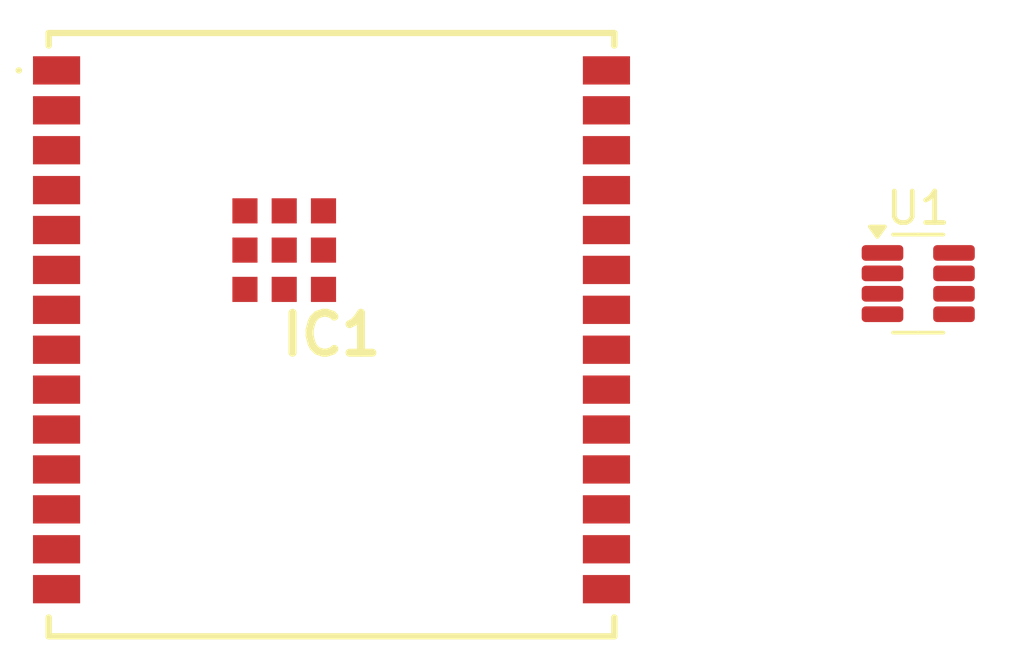
<source format=kicad_pcb>
(kicad_pcb (version 20241229) (generator "pcbnew") (generator_version "9.0")
  (layers (0 "F.Cu" signal) (2 "B.Cu" signal) (13 "F.Paste" user) (15 "B.Paste" user) (5 "F.SilkS" user "F.Silkscreen") (7 "B.SilkS" user "B.Silkscreen") (1 "F.Mask" user) (3 "B.Mask" user) (25 "Edge.Cuts" user))
  (net 0 "")
  (net 5 "GND")
  (footprint "krakenduino_footprints:ESP32C6WROOM1UN8" (layer "F.Cu") (at 153.25 92.16)
    (property "Reference" "IC1" (at 0 0 0) (layer "F.SilkS") (effects (font (size 1.27 1.27) (thickness 0.254))))
    (property "Value" "ESP32-C6-WROOM-1U-N8" (hide yes))
    (fp_line (start -10 -8.41) (end -10 -8.41) (stroke (width 0.1)) (layer "F.SilkS"))
    (fp_line (start -9.9 -8.41) (end -9.9 -8.41) (stroke (width 0.1)) (layer "F.SilkS"))
    (fp_line (start -9 -9.6) (end -9 -9.2) (stroke (width 0.2)) (layer "F.SilkS"))
    (fp_line (start -9 9) (end -9 9.6) (stroke (width 0.2)) (layer "F.SilkS"))
    (fp_line (start -9 9.6) (end 9 9.6) (stroke (width 0.2)) (layer "F.SilkS"))
    (fp_line (start 9 -9.6) (end -9 -9.6) (stroke (width 0.2)) (layer "F.SilkS"))
    (fp_line (start 9 -9.2) (end 9 -9.6) (stroke (width 0.2)) (layer "F.SilkS"))
    (fp_line (start 9 9.6) (end 9 9) (stroke (width 0.2)) (layer "F.SilkS"))
    (fp_arc (start -10 -8.41) (mid -9.95 -8.46) (end -9.9 -8.41) (stroke (width 0.1)) (layer "F.SilkS"))
    (fp_arc (start -9.9 -8.41) (mid -9.95 -8.36) (end -10 -8.41) (stroke (width 0.1)) (layer "F.SilkS"))
    (pad "1" smd rect (at -8.75 -8.41 90) (size 0.9 1.5) (layers "F.Cu" "F.Mask" "F.Paste") (net 5 "GND"))
    (pad "2" smd rect (at -8.75 -7.14 90) (size 0.9 1.5) (layers "F.Cu" "F.Mask" "F.Paste"))
    (pad "3" smd rect (at -8.75 -5.87 90) (size 0.9 1.5) (layers "F.Cu" "F.Mask" "F.Paste"))
    (pad "4" smd rect (at -8.75 -4.6 90) (size 0.9 1.5) (layers "F.Cu" "F.Mask" "F.Paste"))
    (pad "5" smd rect (at -8.75 -3.33 90) (size 0.9 1.5) (layers "F.Cu" "F.Mask" "F.Paste"))
    (pad "6" smd rect (at -8.75 -2.06 90) (size 0.9 1.5) (layers "F.Cu" "F.Mask" "F.Paste"))
    (pad "7" smd rect (at -8.75 -0.79 90) (size 0.9 1.5) (layers "F.Cu" "F.Mask" "F.Paste"))
    (pad "8" smd rect (at -8.75 0.48 90) (size 0.9 1.5) (layers "F.Cu" "F.Mask" "F.Paste"))
    (pad "9" smd rect (at -8.75 1.75 90) (size 0.9 1.5) (layers "F.Cu" "F.Mask" "F.Paste"))
    (pad "10" smd rect (at -8.75 3.02 90) (size 0.9 1.5) (layers "F.Cu" "F.Mask" "F.Paste"))
    (pad "11" smd rect (at -8.75 4.29 90) (size 0.9 1.5) (layers "F.Cu" "F.Mask" "F.Paste"))
    (pad "12" smd rect (at -8.75 5.56 90) (size 0.9 1.5) (layers "F.Cu" "F.Mask" "F.Paste"))
    (pad "13" smd rect (at -8.75 6.83 90) (size 0.9 1.5) (layers "F.Cu" "F.Mask" "F.Paste"))
    (pad "14" smd rect (at -8.75 8.1 90) (size 0.9 1.5) (layers "F.Cu" "F.Mask" "F.Paste"))
    (pad "15" smd rect (at 8.75 8.1 90) (size 0.9 1.5) (layers "F.Cu" "F.Mask" "F.Paste"))
    (pad "16" smd rect (at 8.75 6.83 90) (size 0.9 1.5) (layers "F.Cu" "F.Mask" "F.Paste"))
    (pad "17" smd rect (at 8.75 5.56 90) (size 0.9 1.5) (layers "F.Cu" "F.Mask" "F.Paste"))
    (pad "18" smd rect (at 8.75 4.29 90) (size 0.9 1.5) (layers "F.Cu" "F.Mask" "F.Paste"))
    (pad "19" smd rect (at 8.75 3.02 90) (size 0.9 1.5) (layers "F.Cu" "F.Mask" "F.Paste"))
    (pad "20" smd rect (at 8.75 1.75 90) (size 0.9 1.5) (layers "F.Cu" "F.Mask" "F.Paste"))
    (pad "21" smd rect (at 8.75 0.48 90) (size 0.9 1.5) (layers "F.Cu" "F.Mask" "F.Paste"))
    (pad "22" smd rect (at 8.75 -0.79 90) (size 0.9 1.5) (layers "F.Cu" "F.Mask" "F.Paste"))
    (pad "23" smd rect (at 8.75 -2.06 90) (size 0.9 1.5) (layers "F.Cu" "F.Mask" "F.Paste"))
    (pad "24" smd rect (at 8.75 -3.33 90) (size 0.9 1.5) (layers "F.Cu" "F.Mask" "F.Paste"))
    (pad "25" smd rect (at 8.75 -4.6 90) (size 0.9 1.5) (layers "F.Cu" "F.Mask" "F.Paste"))
    (pad "26" smd rect (at 8.75 -5.87 90) (size 0.9 1.5) (layers "F.Cu" "F.Mask" "F.Paste"))
    (pad "27" smd rect (at 8.75 -7.14 90) (size 0.9 1.5) (layers "F.Cu" "F.Mask" "F.Paste"))
    (pad "28" smd rect (at 8.75 -8.41 90) (size 0.9 1.5) (layers "F.Cu" "F.Mask" "F.Paste") (net 5 "GND"))
    (pad "29" smd rect (at -1.505 -2.69 90) (size 0.8 0.8) (layers "F.Cu" "F.Mask" "F.Paste") (net 5 "GND"))
    (pad "30" smd rect (at -2.755 -3.94 90) (size 0.8 0.8) (layers "F.Cu" "F.Mask" "F.Paste") (net 5 "GND"))
    (pad "31" smd rect (at -2.755 -2.69 90) (size 0.8 0.8) (layers "F.Cu" "F.Mask" "F.Paste") (net 5 "GND"))
    (pad "32" smd rect (at -2.755 -1.44 90) (size 0.8 0.8) (layers "F.Cu" "F.Mask" "F.Paste") (net 5 "GND"))
    (pad "33" smd rect (at -1.505 -1.44 90) (size 0.8 0.8) (layers "F.Cu" "F.Mask" "F.Paste") (net 5 "GND"))
    (pad "34" smd rect (at -0.255 -1.44 90) (size 0.8 0.8) (layers "F.Cu" "F.Mask" "F.Paste") (net 5 "GND"))
    (pad "35" smd rect (at -0.255 -2.69 90) (size 0.8 0.8) (layers "F.Cu" "F.Mask" "F.Paste") (net 5 "GND"))
    (pad "36" smd rect (at -0.255 -3.94 90) (size 0.8 0.8) (layers "F.Cu" "F.Mask" "F.Paste") (net 5 "GND"))
    (pad "37" smd rect (at -1.505 -3.94 90) (size 0.8 0.8) (layers "F.Cu" "F.Mask" "F.Paste") (net 5 "GND"))
  )
  (footprint "Package_TO_SOT_SMD:SOT-23-8" (layer "F.Cu") (at 171.9225 90.535)
    (property "Reference" "U1" (at 0 -2.4 0) (layer "F.SilkS"))
    (property "Value" "TCAN337")
    (fp_line (start 0 -1.56) (end -0.8 -1.56) (stroke (width 0.12)) (layer "F.SilkS"))
    (fp_line (start 0 -1.56) (end 0.8 -1.56) (stroke (width 0.12)) (layer "F.SilkS"))
    (fp_line (start 0 1.56) (end -0.8 1.56) (stroke (width 0.12)) (layer "F.SilkS"))
    (fp_line (start 0 1.56) (end 0.8 1.56) (stroke (width 0.12)) (layer "F.SilkS"))
    (fp_poly (pts (xy -1.3 -1.485) (xy -1.54 -1.815) (xy -1.06 -1.815)) (stroke (width 0.12)) (fill yes) (layer "F.SilkS"))
    (pad "1" smd roundrect (at -1.1375 -0.975) (size 1.325 0.5) (layers "F.Cu" "F.Mask" "F.Paste"))
    (pad "2" smd roundrect (at -1.1375 -0.325) (size 1.325 0.5) (layers "F.Cu" "F.Mask" "F.Paste"))
    (pad "3" smd roundrect (at -1.1375 0.325) (size 1.325 0.5) (layers "F.Cu" "F.Mask" "F.Paste"))
    (pad "4" smd roundrect (at -1.1375 0.975) (size 1.325 0.5) (layers "F.Cu" "F.Mask" "F.Paste"))
    (pad "5" smd roundrect (at 1.1375 0.975) (size 1.325 0.5) (layers "F.Cu" "F.Mask" "F.Paste"))
    (pad "6" smd roundrect (at 1.1375 0.325) (size 1.325 0.5) (layers "F.Cu" "F.Mask" "F.Paste"))
    (pad "7" smd roundrect (at 1.1375 -0.325) (size 1.325 0.5) (layers "F.Cu" "F.Mask" "F.Paste"))
    (pad "8" smd roundrect (at 1.1375 -0.975) (size 1.325 0.5) (layers "F.Cu" "F.Mask" "F.Paste"))
  )
)
</source>
